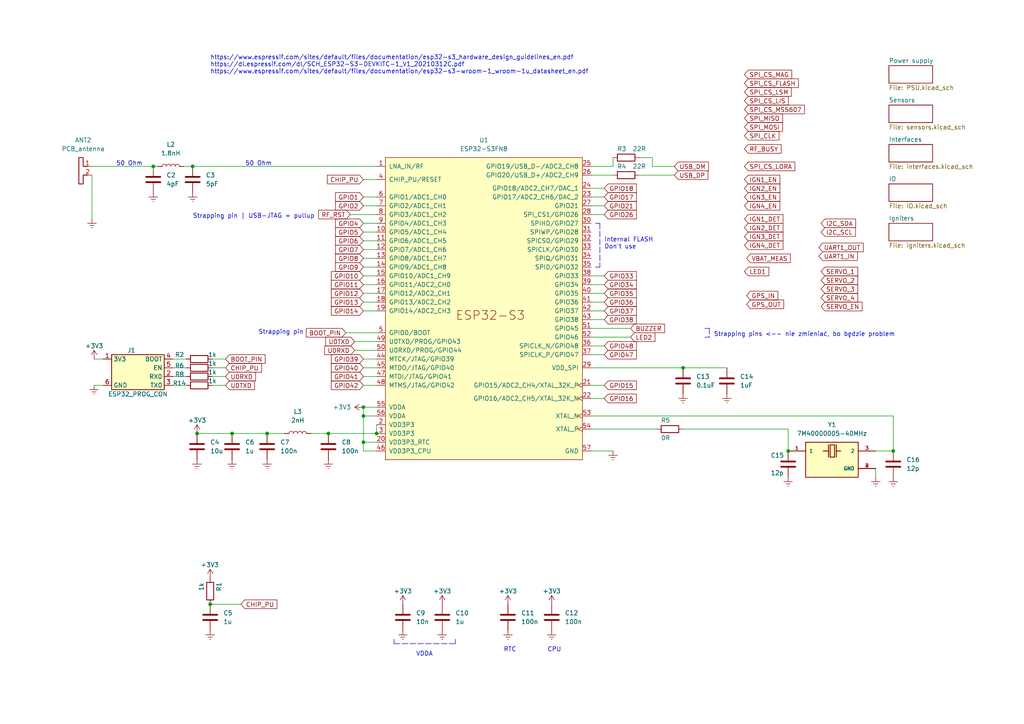
<source format=kicad_sch>
(kicad_sch (version 20211123) (generator eeschema)
  (paper "A4")
  (lib_symbols
    (symbol "Device:Antenna_Dipole" (pin_names (offset 1.016) hide)
      (property "Reference" "AE" (at 1.27 1.27 0))
      (property "Value" "Antenna_Dipole" (at 1.27 0 0))
      (symbol "Antenna_Dipole_0_1"
        (polyline (pts (xy 2.54 -3.81) (xy 2.54 -2.54) (xy 5.08 -2.54) (xy 5.08 -1.27) (xy -2.54 -1.27) (xy -2.54 -2.54) (xy 0 -2.54) (xy 0 -3.81)) (stroke (width 0.254)))
      )
      (symbol "Antenna_Dipole_1_1"
        (pin input line (at 0 -5.08 90) (length 2.54) (name "~") (number "1"))
        (pin input line (at 2.54 -5.08 90) (length 2.54) (name "~") (number "2"))
      )
    )
    (symbol "Device:C" (pin_numbers hide) (pin_names (offset 0.254))
      (property "Reference" "C" (at 0.635 2.54 0))
      (property "Value" "C" (at 0.635 -2.54 0))
      (symbol "C_0_1"
        (polyline (pts (xy -2.032 -0.762) (xy 2.032 -0.762)) (stroke (width 0.508)))
        (polyline (pts (xy -2.032 0.762) (xy 2.032 0.762)) (stroke (width 0.508)))
      )
      (symbol "C_1_1"
        (pin passive line (at 0 3.81 270) (length 2.794) (name "~") (number "1"))
        (pin passive line (at 0 -3.81 90) (length 2.794) (name "~") (number "2"))
      )
    )
    (symbol "Device:L" (pin_numbers hide) (pin_names (offset 1.016) hide)
      (property "Reference" "L" (at -1.27 0 90))
      (property "Value" "L" (at 1.905 0 90))
      (symbol "L_0_1"
        (arc (start 0 -2.54) (mid 0.635 -1.905) (end 0 -1.27))
        (arc (start 0 -1.27) (mid 0.635 -0.635) (end 0 0))
        (arc (start 0 0) (mid 0.635 0.635) (end 0 1.27))
        (arc (start 0 1.27) (mid 0.635 1.905) (end 0 2.54))
      )
      (symbol "L_1_1"
        (pin passive line (at 0 3.81 270) (length 1.27) (name "1") (number "1"))
        (pin passive line (at 0 -3.81 90) (length 1.27) (name "2") (number "2"))
      )
    )
    (symbol "Device:R" (pin_numbers hide) (pin_names (offset 0))
      (property "Reference" "R" (at 2.032 0 90))
      (property "Value" "R" (at 0 0 90))
      (symbol "R_0_1"
        (rectangle (start -1.016 -2.54) (end 1.016 2.54) (stroke (width 0.254)))
      )
      (symbol "R_1_1"
        (pin passive line (at 0 3.81 270) (length 1.27) (name "~") (number "1"))
        (pin passive line (at 0 -3.81 90) (length 1.27) (name "~") (number "2"))
      )
    )
    (symbol "KP-PTR_lib:7M40000005-40MHz" (pin_names (offset 1.016))
      (property "Reference" "Y" (at -7.62 5.08 0))
      (property "Value" "7M40000005-40MHz" (at -7.62 -7.62 0))
      (symbol "7M40000005-40MHz_0_0"
        (rectangle (start -7.62 -5.08) (end 7.62 5.08) (stroke (width 0.254)) (fill (type background)))
        (polyline (pts (xy -1.016 2.54) (xy -2.54 2.54)) (stroke (width 0.254)))
        (polyline (pts (xy -1.016 2.54) (xy -1.016 0.762)) (stroke (width 0.254)))
        (polyline (pts (xy -1.016 4.318) (xy -1.016 2.54)) (stroke (width 0.254)))
        (polyline (pts (xy -0.508 0.762) (xy -0.508 4.318)) (stroke (width 0.254)))
        (polyline (pts (xy -0.508 4.318) (xy 0.762 4.318)) (stroke (width 0.254)))
        (polyline (pts (xy 0.762 0.762) (xy -0.508 0.762)) (stroke (width 0.254)))
        (polyline (pts (xy 0.762 4.318) (xy 0.762 0.762)) (stroke (width 0.254)))
        (polyline (pts (xy 1.27 2.54) (xy 1.27 0.762)) (stroke (width 0.254)))
        (polyline (pts (xy 1.27 4.318) (xy 1.27 2.54)) (stroke (width 0.254)))
        (polyline (pts (xy 2.54 2.54) (xy 1.27 2.54)) (stroke (width 0.254)))
        (pin passive line (at -12.7 2.54 0) (length 5.08) (name "1") (number "1"))
        (pin power_in line (at 12.7 -2.54 180) (length 5.08) (name "GND") (number "2"))
        (pin passive line (at 12.7 2.54 180) (length 5.08) (name "2") (number "3"))
        (pin power_in line (at 12.7 -2.54 180) (length 5.08) (name "GND") (number "4"))
      )
    )
    (symbol "KP-PTR_lib:ESP32-S3" (pin_names (offset 1.016))
      (property "Reference" "U" (at 0 46.99 0))
      (property "Value" "ESP32-S3" (at 0 -43.18 0))
      (symbol "ESP32-S3_0_0"
        (text "ESP32-S3" (at 1.27 0 0) (effects (font (size 2.54 2.54))))
        (pin bidirectional line (at 30.48 -8.89 180) (length 2.54) (name "SPICLK_N/GPIO48") (number "36"))
        (pin bidirectional line (at 30.48 -11.43 180) (length 2.54) (name "SPICLK_P/GPIO47") (number "37"))
      )
      (symbol "ESP32-S3_0_1"
        (rectangle (start -29.21 45.72) (end 27.94 -41.91) (fill (type background)))
      )
      (symbol "ESP32-S3_1_1"
        (pin bidirectional line (at -31.75 43.18 0) (length 2.54) (name "LNA_IN/RF") (number "1"))
        (pin bidirectional line (at -31.75 24.13 0) (length 2.54) (name "GPIO5/ADC1_CH4") (number "10"))
        (pin bidirectional line (at -31.75 21.59 0) (length 2.54) (name "GPIO6/ADC1_CH5") (number "11"))
        (pin bidirectional line (at -31.75 19.05 0) (length 2.54) (name "GPIO7/ADC1_CH6") (number "12"))
        (pin bidirectional line (at -31.75 16.51 0) (length 2.54) (name "GPIO8/ADC1_CH7") (number "13"))
        (pin bidirectional line (at -31.75 13.97 0) (length 2.54) (name "GPIO9/ADC1_CH8") (number "14"))
        (pin bidirectional line (at -31.75 11.43 0) (length 2.54) (name "GPIO10/ADC1_CH9") (number "15"))
        (pin bidirectional line (at -31.75 8.89 0) (length 2.54) (name "GPIO11/ADC2_CH0") (number "16"))
        (pin bidirectional line (at -31.75 6.35 0) (length 2.54) (name "GPIO12/ADC2_CH1") (number "17"))
        (pin bidirectional line (at -31.75 3.81 0) (length 2.54) (name "GPIO13/ADC2_CH2") (number "18"))
        (pin bidirectional line (at -31.75 1.27 0) (length 2.54) (name "GPIO14/ADC2_CH3") (number "19"))
        (pin power_in line (at -31.75 -31.75 0) (length 2.54) (name "VDD3P3") (number "2"))
        (pin power_in line (at -31.75 -36.83 0) (length 2.54) (name "VDD3P3_RTC") (number "20"))
        (pin input clock (at 30.48 -20.32 180) (length 2.54) (name "GPIO15/ADC2_CH4/XTAL_32K_P") (number "21"))
        (pin output clock (at 30.48 -24.13 180) (length 2.54) (name "GPIO16/ADC2_CH5/XTAL_32K_N") (number "22"))
        (pin bidirectional line (at 30.48 34.29 180) (length 2.54) (name "GPIO17/ADC2_CH6/DAC_2") (number "23"))
        (pin bidirectional line (at 30.48 36.83 180) (length 2.54) (name "GPIO18/ADC2_CH7/DAC_1") (number "24"))
        (pin bidirectional line (at 30.48 43.18 180) (length 2.54) (name "GPIO19/USB_D-/ADC2_CH8") (number "25"))
        (pin bidirectional line (at 30.48 40.64 180) (length 2.54) (name "GPIO20/USB_D+/ADC2_CH9") (number "26"))
        (pin bidirectional line (at 30.48 31.75 180) (length 2.54) (name "GPIO21") (number "27"))
        (pin bidirectional line (at 30.48 29.21 180) (length 2.54) (name "SPI_CS1/GPIO26") (number "28"))
        (pin power_out line (at 30.48 -15.24 180) (length 2.54) (name "VDD_SPI") (number "29"))
        (pin power_in line (at -31.75 -34.29 0) (length 2.54) (name "VDD3P3") (number "3"))
        (pin bidirectional line (at 30.48 26.67 180) (length 2.54) (name "SPIHD/GPIO27") (number "30"))
        (pin bidirectional line (at 30.48 24.13 180) (length 2.54) (name "SPIWP/GPIO28") (number "31"))
        (pin bidirectional line (at 30.48 21.59 180) (length 2.54) (name "SPICS0/GPIO29") (number "32"))
        (pin bidirectional line (at 30.48 19.05 180) (length 2.54) (name "SPICLK/GPIO30") (number "33"))
        (pin bidirectional line (at 30.48 16.51 180) (length 2.54) (name "SPIQ/GPIO31") (number "34"))
        (pin bidirectional line (at 30.48 13.97 180) (length 2.54) (name "SPID/GPIO32") (number "35"))
        (pin bidirectional line (at 30.48 11.43 180) (length 2.54) (name "GPIO33") (number "38"))
        (pin bidirectional line (at 30.48 8.89 180) (length 2.54) (name "GPIO34") (number "39"))
        (pin input line (at -31.75 39.37 0) (length 2.54) (name "CHIP_PU/RESET") (number "4"))
        (pin bidirectional line (at 30.48 6.35 180) (length 2.54) (name "GPIO35") (number "40"))
        (pin bidirectional line (at 30.48 3.81 180) (length 2.54) (name "GPIO36") (number "41"))
        (pin bidirectional line (at 30.48 1.27 180) (length 2.54) (name "GPIO37") (number "42"))
        (pin bidirectional line (at 30.48 -1.27 180) (length 2.54) (name "GPIO38") (number "43"))
        (pin bidirectional line (at -31.75 -12.7 0) (length 2.54) (name "MTCK/JTAG/GPIO39") (number "44"))
        (pin bidirectional line (at -31.75 -15.24 0) (length 2.54) (name "MTDO/JTAG/GPIO40") (number "45"))
        (pin power_in line (at -31.75 -39.37 0) (length 2.54) (name "VDD3P3_CPU") (number "46"))
        (pin bidirectional line (at -31.75 -17.78 0) (length 2.54) (name "MTDI/JTAG/GPIO41") (number "47"))
        (pin bidirectional line (at -31.75 -20.32 0) (length 2.54) (name "MTMS/JTAG/GPIO42") (number "48"))
        (pin bidirectional line (at -31.75 -7.62 0) (length 2.54) (name "U0TXD/PROG/GPIO43") (number "49"))
        (pin bidirectional line (at -31.75 -5.08 0) (length 2.54) (name "GPIO0/BOOT") (number "5"))
        (pin bidirectional line (at -31.75 -10.16 0) (length 2.54) (name "U0RXD/PROG/GPIO44") (number "50"))
        (pin bidirectional line (at 30.48 -3.81 180) (length 2.54) (name "GPIO45") (number "51"))
        (pin bidirectional line (at 30.48 -6.35 180) (length 2.54) (name "GPIO46") (number "52"))
        (pin input clock (at 30.48 -29.21 180) (length 2.54) (name "XTAL_N") (number "53"))
        (pin output clock (at 30.48 -33.02 180) (length 2.54) (name "XTAL_P") (number "54"))
        (pin power_in line (at -31.75 -26.67 0) (length 2.54) (name "VDDA") (number "55"))
        (pin power_in line (at -31.75 -29.21 0) (length 2.54) (name "VDDA") (number "56"))
        (pin power_in line (at 30.48 -39.37 180) (length 2.54) (name "GND") (number "57"))
        (pin bidirectional line (at -31.75 34.29 0) (length 2.54) (name "GPIO1/ADC1_CH0") (number "6"))
        (pin bidirectional line (at -31.75 31.75 0) (length 2.54) (name "GPIO2/ADC1_CH1") (number "7"))
        (pin bidirectional line (at -31.75 29.21 0) (length 2.54) (name "GPIO3/ADC1_CH2") (number "8"))
        (pin bidirectional line (at -31.75 26.67 0) (length 2.54) (name "GPIO4/ADC1_CH3") (number "9"))
      )
    )
    (symbol "KP-PTR_lib:ESP32_PROG_CON"
      (property "Reference" "J" (at -6.35 7.62 0))
      (property "Value" "ESP32_PROG_CON" (at 0 -5.08 0))
      (symbol "ESP32_PROG_CON_0_0"
        (rectangle (start -7.62 -3.81) (end 7.62 6.35) (stroke (width 0.254)) (fill (type background)))
      )
      (symbol "ESP32_PROG_CON_1_1"
        (pin power_in line (at -10.16 5.08 0) (length 2.54) (name "3V3") (number "1"))
        (pin output line (at 10.16 0 180) (length 2.54) (name "RX0") (number "2"))
        (pin input line (at 10.16 -2.54 180) (length 2.54) (name "TX0") (number "3"))
        (pin output line (at 10.16 5.08 180) (length 2.54) (name "BOOT") (number "4"))
        (pin output line (at 10.16 2.54 180) (length 2.54) (name "EN") (number "5"))
        (pin power_in line (at -10.16 -2.54 0) (length 2.54) (name "GND") (number "6"))
      )
    )
    (symbol "power:+3.3V" (power) (pin_names (offset 0))
      (property "Value" "+3.3V" (at 0 3.556 0))
      (symbol "+3.3V_0_1"
        (polyline (pts (xy -0.762 1.27) (xy 0 2.54)))
        (polyline (pts (xy 0 0) (xy 0 2.54)))
        (polyline (pts (xy 0 2.54) (xy 0.762 1.27)))
      )
      (symbol "+3.3V_1_1"
        (pin power_in line (at 0 0 90) (length 0) hide (name "+3V3") (number "1"))
      )
    )
    (symbol "power:Earth" (power) (pin_names (offset 0))
      (symbol "Earth_0_1"
        (polyline (pts (xy -0.635 -1.905) (xy 0.635 -1.905)))
        (polyline (pts (xy -0.127 -2.54) (xy 0.127 -2.54)))
        (polyline (pts (xy 0 -1.27) (xy 0 0)))
        (polyline (pts (xy 1.27 -1.27) (xy -1.27 -1.27)))
      )
      (symbol "Earth_1_1"
        (pin power_in line (at 0 0 270) (length 0) hide (name "Earth") (number "1"))
      )
    )
  )
  (junction (at 105.41 118.11))
  (junction (at 60.96 175.26))
  (junction (at 105.41 128.27))
  (junction (at 55.88 48.26))
  (junction (at 57.15 125.73))
  (junction (at 109.22 125.73))
  (junction (at 198.12 106.68))
  (junction (at 259.08 130.81))
  (junction (at 105.41 120.65))
  (junction (at 95.25 125.73))
  (junction (at 44.45 48.26))
  (junction (at 67.31 125.73))
  (junction (at 77.47 125.73))
  (junction (at 228.6 130.81))
  (wire (pts (xy 175.26 54.61) (xy 171.45 54.61)))
  (wire (pts (xy 77.47 125.73) (xy 67.31 125.73)))
  (wire (pts (xy 105.41 59.69) (xy 109.22 59.69)))
  (wire (pts (xy 102.87 101.6) (xy 109.22 101.6)))
  (wire (pts (xy 105.41 52.07) (xy 109.22 52.07)))
  (wire (pts (xy 175.26 85.09) (xy 171.45 85.09)))
  (polyline (pts (xy 173.99 64.77) (xy 173.99 77.47)))
  (wire (pts (xy 259.08 120.65) (xy 259.08 130.81)))
  (polyline (pts (xy 205.74 95.25) (xy 205.74 97.79)))
  (wire (pts (xy 109.22 120.65) (xy 105.41 120.65)))
  (wire (pts (xy 60.96 175.26) (xy 69.85 175.26)))
  (wire (pts (xy 105.41 85.09) (xy 109.22 85.09)))
  (wire (pts (xy 50.165 109.22) (xy 53.975 109.22)))
  (wire (pts (xy 171.45 97.79) (xy 182.88 97.79)))
  (wire (pts (xy 105.41 64.77) (xy 109.22 64.77)))
  (wire (pts (xy 27.305 111.76) (xy 29.845 111.76)))
  (wire (pts (xy 175.26 100.33) (xy 171.45 100.33)))
  (wire (pts (xy 171.45 124.46) (xy 190.5 124.46)))
  (wire (pts (xy 171.45 120.65) (xy 259.08 120.65)))
  (wire (pts (xy 175.26 57.15) (xy 171.45 57.15)))
  (wire (pts (xy 109.22 123.19) (xy 109.22 125.73)))
  (wire (pts (xy 175.26 87.63) (xy 171.45 87.63)))
  (wire (pts (xy 105.41 69.85) (xy 109.22 69.85)))
  (wire (pts (xy 102.87 99.06) (xy 109.22 99.06)))
  (wire (pts (xy 67.31 125.73) (xy 57.15 125.73)))
  (wire (pts (xy 105.41 57.15) (xy 109.22 57.15)))
  (wire (pts (xy 50.165 104.14) (xy 53.975 104.14)))
  (wire (pts (xy 228.6 124.46) (xy 228.6 130.81)))
  (wire (pts (xy 171.45 106.68) (xy 198.12 106.68)))
  (wire (pts (xy 175.26 80.01) (xy 171.45 80.01)))
  (wire (pts (xy 198.12 106.68) (xy 210.82 106.68)))
  (wire (pts (xy 105.41 72.39) (xy 109.22 72.39)))
  (wire (pts (xy 254 138.43) (xy 254 135.89)))
  (wire (pts (xy 171.45 130.81) (xy 177.8 130.81)))
  (wire (pts (xy 171.45 48.26) (xy 177.8 48.26)))
  (wire (pts (xy 195.58 48.26) (xy 189.23 48.26)))
  (wire (pts (xy 175.26 59.69) (xy 171.45 59.69)))
  (wire (pts (xy 177.8 48.26) (xy 177.8 45.72)))
  (wire (pts (xy 105.41 77.47) (xy 109.22 77.47)))
  (wire (pts (xy 27.305 104.14) (xy 29.845 104.14)))
  (wire (pts (xy 105.41 90.17) (xy 109.22 90.17)))
  (wire (pts (xy 185.42 45.72) (xy 189.23 45.72)))
  (wire (pts (xy 171.45 50.8) (xy 177.8 50.8)))
  (wire (pts (xy 185.42 50.8) (xy 195.58 50.8)))
  (wire (pts (xy 105.41 111.76) (xy 109.22 111.76)))
  (wire (pts (xy 55.88 48.26) (xy 109.22 48.26)))
  (wire (pts (xy 53.34 48.26) (xy 55.88 48.26)))
  (wire (pts (xy 61.595 106.68) (xy 65.405 106.68)))
  (wire (pts (xy 105.41 118.11) (xy 109.22 118.11)))
  (wire (pts (xy 105.41 82.55) (xy 109.22 82.55)))
  (wire (pts (xy 26.67 48.26) (xy 44.45 48.26)))
  (wire (pts (xy 175.26 115.57) (xy 171.45 115.57)))
  (wire (pts (xy 175.26 102.87) (xy 171.45 102.87)))
  (wire (pts (xy 61.595 104.14) (xy 65.405 104.14)))
  (polyline (pts (xy 132.08 185.42) (xy 132.08 186.69)))
  (polyline (pts (xy 172.72 64.77) (xy 173.99 64.77)))
  (wire (pts (xy 50.165 111.76) (xy 53.975 111.76)))
  (wire (pts (xy 254 130.81) (xy 259.08 130.81)))
  (polyline (pts (xy 172.72 77.47) (xy 173.99 77.47)))
  (polyline (pts (xy 114.3 185.42) (xy 114.3 186.69)))
  (polyline (pts (xy 114.3 186.69) (xy 132.08 186.69)))
  (wire (pts (xy 95.25 125.73) (xy 109.22 125.73)))
  (wire (pts (xy 50.165 106.68) (xy 53.975 106.68)))
  (wire (pts (xy 26.67 50.8) (xy 26.67 63.5)))
  (wire (pts (xy 82.55 125.73) (xy 77.47 125.73)))
  (wire (pts (xy 105.41 80.01) (xy 109.22 80.01)))
  (wire (pts (xy 105.41 67.31) (xy 109.22 67.31)))
  (wire (pts (xy 171.45 95.25) (xy 182.88 95.25)))
  (wire (pts (xy 175.26 92.71) (xy 171.45 92.71)))
  (wire (pts (xy 90.17 125.73) (xy 95.25 125.73)))
  (wire (pts (xy 105.41 104.14) (xy 109.22 104.14)))
  (wire (pts (xy 175.26 90.17) (xy 171.45 90.17)))
  (wire (pts (xy 105.41 74.93) (xy 109.22 74.93)))
  (wire (pts (xy 175.26 62.23) (xy 171.45 62.23)))
  (wire (pts (xy 105.41 120.65) (xy 105.41 118.11)))
  (wire (pts (xy 101.6 62.23) (xy 109.22 62.23)))
  (wire (pts (xy 61.595 109.22) (xy 65.405 109.22)))
  (wire (pts (xy 175.26 82.55) (xy 171.45 82.55)))
  (wire (pts (xy 198.12 124.46) (xy 228.6 124.46)))
  (wire (pts (xy 109.22 130.81) (xy 105.41 130.81)))
  (wire (pts (xy 61.595 111.76) (xy 65.405 111.76)))
  (wire (pts (xy 105.41 109.22) (xy 109.22 109.22)))
  (polyline (pts (xy 204.47 97.79) (xy 205.74 97.79)))
  (wire (pts (xy 44.45 48.26) (xy 45.72 48.26)))
  (wire (pts (xy 100.33 96.52) (xy 109.22 96.52)))
  (wire (pts (xy 105.41 106.68) (xy 109.22 106.68)))
  (wire (pts (xy 105.41 128.27) (xy 105.41 120.65)))
  (wire (pts (xy 189.23 48.26) (xy 189.23 45.72)))
  (wire (pts (xy 105.41 128.27) (xy 109.22 128.27)))
  (wire (pts (xy 105.41 87.63) (xy 109.22 87.63)))
  (polyline (pts (xy 204.47 95.25) (xy 205.74 95.25)))
  (wire (pts (xy 105.41 130.81) (xy 105.41 128.27)))
  (wire (pts (xy 175.26 111.76) (xy 171.45 111.76)))
  (text "https://www.espressif.com/sites/default/files/documentation/esp32-s3_hardware_design_guidelines_en.pdf\nhttps://dl.espressif.com/dl/SCH_ESP32-S3-DEVKITC-1_V1_20210312C.pdf\nhttps://www.espressif.com/sites/default/files/documentation/esp32-s3-wroom-1_wroom-1u_datasheet_en.pdf" (at 60.96 21.59 0) (effects (font (size 1.27 1.27)) (justify left bottom)))
  (text "50 Ohm" (at 71.12 48.26 0) (effects (font (size 1.27 1.27)) (justify left bottom)))
  (text "Strapping pin\n" (at 74.93 97.155 0) (effects (font (size 1.27 1.27)) (justify left bottom)))
  (text "VDDA" (at 120.65 190.5 0) (effects (font (size 1.27 1.27)) (justify left bottom)))
  (text "Internal FLASH\nDon't use" (at 175.26 72.39 0) (effects (font (size 1.27 1.27)) (justify left bottom)))
  (text "CPU" (at 158.75 189.23 0) (effects (font (size 1.27 1.27)) (justify left bottom)))
  (text "Strapping pins <-- nie zmieniać, bo będzie problem" (at 207.01 97.79 0) (effects (font (size 1.27 1.27)) (justify left bottom)))
  (text "50 Ohm" (at 33.655 48.26 0) (effects (font (size 1.27 1.27)) (justify left bottom)))
  (text "Strapping pin | USB-JTAG = pullup\n" (at 55.88 63.5 0) (effects (font (size 1.27 1.27)) (justify left bottom)))
  (text "RTC" (at 146.05 189.23 0) (effects (font (size 1.27 1.27)) (justify left bottom)))
  (global_label "GPIO2" (shape input) (at 105.41 59.69 180) (property "Intersheet References" "${INTERSHEET_REFS}" (effects hide)))
  (global_label "GPIO42" (shape input) (at 105.41 111.76 180) (property "Intersheet References" "${INTERSHEET_REFS}" (effects hide)))
  (global_label "GPIO35" (shape input) (at 175.26 85.09 0) (property "Intersheet References" "${INTERSHEET_REFS}" (effects hide)))
  (global_label "CHIP_PU" (shape input) (at 69.85 175.26 0) (property "Intersheet References" "${INTERSHEET_REFS}" (effects hide)))
  (global_label "SERVO_2" (shape input) (at 238.125 81.28 0) (property "Intersheet References" "${INTERSHEET_REFS}" (effects hide)))
  (global_label "GPIO9" (shape input) (at 105.41 77.47 180) (property "Intersheet References" "${INTERSHEET_REFS}" (effects hide)))
  (global_label "I2C_SCL" (shape input) (at 238.125 67.31 0) (property "Intersheet References" "${INTERSHEET_REFS}" (effects hide)))
  (global_label "IGN3_DET" (shape input) (at 215.9 68.58 0) (property "Intersheet References" "${INTERSHEET_REFS}" (effects hide)))
  (global_label "SERVO_EN" (shape input) (at 238.125 88.9 0) (property "Intersheet References" "${INTERSHEET_REFS}" (effects hide)))
  (global_label "GPIO34" (shape input) (at 175.26 82.55 0) (property "Intersheet References" "${INTERSHEET_REFS}" (effects hide)))
  (global_label "GPIO21" (shape input) (at 175.26 59.69 0) (property "Intersheet References" "${INTERSHEET_REFS}" (effects hide)))
  (global_label "SERVO_3" (shape input) (at 238.125 83.82 0) (property "Intersheet References" "${INTERSHEET_REFS}" (effects hide)))
  (global_label "GPIO41" (shape input) (at 105.41 109.22 180) (property "Intersheet References" "${INTERSHEET_REFS}" (effects hide)))
  (global_label "GPS_IN" (shape input) (at 216.535 85.725 0) (property "Intersheet References" "${INTERSHEET_REFS}" (effects hide)))
  (global_label "U0RXD" (shape input) (at 102.87 101.6 180) (property "Intersheet References" "${INTERSHEET_REFS}" (effects hide)))
  (global_label "GPIO1" (shape input) (at 105.41 57.15 180) (property "Intersheet References" "${INTERSHEET_REFS}" (effects hide)))
  (global_label "LED2" (shape input) (at 182.88 97.79 0) (property "Intersheet References" "${INTERSHEET_REFS}" (effects hide)))
  (global_label "CHIP_PU" (shape input) (at 65.405 106.68 0) (property "Intersheet References" "${INTERSHEET_REFS}" (effects hide)))
  (global_label "GPIO18" (shape input) (at 175.26 54.61 0) (property "Intersheet References" "${INTERSHEET_REFS}" (effects hide)))
  (global_label "SPI_MOSI" (shape input) (at 215.9 36.83 0) (property "Intersheet References" "${INTERSHEET_REFS}" (effects hide)))
  (global_label "GPIO36" (shape input) (at 175.26 87.63 0) (property "Intersheet References" "${INTERSHEET_REFS}" (effects hide)))
  (global_label "GPIO6" (shape input) (at 105.41 69.85 180) (property "Intersheet References" "${INTERSHEET_REFS}" (effects hide)))
  (global_label "BOOT_PIN" (shape input) (at 100.33 96.52 180) (property "Intersheet References" "${INTERSHEET_REFS}" (effects hide)))
  (global_label "GPIO7" (shape input) (at 105.41 72.39 180) (property "Intersheet References" "${INTERSHEET_REFS}" (effects hide)))
  (global_label "USB_DP" (shape input) (at 195.58 50.8 0) (property "Intersheet References" "${INTERSHEET_REFS}" (effects hide)))
  (global_label "GPIO33" (shape input) (at 175.26 80.01 0) (property "Intersheet References" "${INTERSHEET_REFS}" (effects hide)))
  (global_label "SPI_CS_LORA" (shape input) (at 215.9 48.26 0) (property "Intersheet References" "${INTERSHEET_REFS}" (effects hide)))
  (global_label "RF_RST" (shape input) (at 101.6 62.23 180) (property "Intersheet References" "${INTERSHEET_REFS}" (effects hide)))
  (global_label "IGN4_DET" (shape input) (at 215.9 71.12 0) (property "Intersheet References" "${INTERSHEET_REFS}" (effects hide)))
  (global_label "SERVO_1" (shape input) (at 238.125 78.74 0) (property "Intersheet References" "${INTERSHEET_REFS}" (effects hide)))
  (global_label "UART1_OUT" (shape input) (at 237.49 71.755 0) (property "Intersheet References" "${INTERSHEET_REFS}" (effects hide)))
  (global_label "GPIO38" (shape input) (at 175.26 92.71 0) (property "Intersheet References" "${INTERSHEET_REFS}" (effects hide)))
  (global_label "BUZZER" (shape input) (at 182.88 95.25 0) (property "Intersheet References" "${INTERSHEET_REFS}" (effects hide)))
  (global_label "GPIO37" (shape input) (at 175.26 90.17 0) (property "Intersheet References" "${INTERSHEET_REFS}" (effects hide)))
  (global_label "IGN1_EN" (shape input) (at 215.9 52.07 0) (property "Intersheet References" "${INTERSHEET_REFS}" (effects hide)))
  (global_label "GPIO5" (shape input) (at 105.41 67.31 180) (property "Intersheet References" "${INTERSHEET_REFS}" (effects hide)))
  (global_label "GPIO26" (shape input) (at 175.26 62.23 0) (property "Intersheet References" "${INTERSHEET_REFS}" (effects hide)))
  (global_label "I2C_SDA" (shape input) (at 238.125 64.77 0) (property "Intersheet References" "${INTERSHEET_REFS}" (effects hide)))
  (global_label "SPI_CLK" (shape input) (at 215.9 39.37 0) (property "Intersheet References" "${INTERSHEET_REFS}" (effects hide)))
  (global_label "IGN2_DET" (shape input) (at 215.9 66.04 0) (property "Intersheet References" "${INTERSHEET_REFS}" (effects hide)))
  (global_label "GPIO8" (shape input) (at 105.41 74.93 180) (property "Intersheet References" "${INTERSHEET_REFS}" (effects hide)))
  (global_label "GPIO39" (shape input) (at 105.41 104.14 180) (property "Intersheet References" "${INTERSHEET_REFS}" (effects hide)))
  (global_label "IGN2_EN" (shape input) (at 215.9 54.61 0) (property "Intersheet References" "${INTERSHEET_REFS}" (effects hide)))
  (global_label "IGN1_DET" (shape input) (at 215.9 63.5 0) (property "Intersheet References" "${INTERSHEET_REFS}" (effects hide)))
  (global_label "SERVO_4" (shape input) (at 238.125 86.36 0) (property "Intersheet References" "${INTERSHEET_REFS}" (effects hide)))
  (global_label "GPIO12" (shape input) (at 105.41 85.09 180) (property "Intersheet References" "${INTERSHEET_REFS}" (effects hide)))
  (global_label "SPI_MISO" (shape input) (at 215.9 34.29 0) (property "Intersheet References" "${INTERSHEET_REFS}" (effects hide)))
  (global_label "GPIO13" (shape input) (at 105.41 87.63 180) (property "Intersheet References" "${INTERSHEET_REFS}" (effects hide)))
  (global_label "U0TXD" (shape input) (at 65.405 111.76 0) (property "Intersheet References" "${INTERSHEET_REFS}" (effects hide)))
  (global_label "GPIO15" (shape input) (at 175.26 111.76 0) (property "Intersheet References" "${INTERSHEET_REFS}" (effects hide)))
  (global_label "IGN4_EN" (shape input) (at 215.9 59.69 0) (property "Intersheet References" "${INTERSHEET_REFS}" (effects hide)))
  (global_label "SPI_CS_LIS" (shape input) (at 215.9 29.21 0) (property "Intersheet References" "${INTERSHEET_REFS}" (effects hide)))
  (global_label "GPIO16" (shape input) (at 175.26 115.57 0) (property "Intersheet References" "${INTERSHEET_REFS}" (effects hide)))
  (global_label "CHIP_PU" (shape input) (at 105.41 52.07 180) (property "Intersheet References" "${INTERSHEET_REFS}" (effects hide)))
  (global_label "VBAT_MEAS" (shape input) (at 216.535 74.93 0) (property "Intersheet References" "${INTERSHEET_REFS}" (effects hide)))
  (global_label "GPIO17" (shape input) (at 175.26 57.15 0) (property "Intersheet References" "${INTERSHEET_REFS}" (effects hide)))
  (global_label "UART1_IN" (shape input) (at 237.49 74.295 0) (property "Intersheet References" "${INTERSHEET_REFS}" (effects hide)))
  (global_label "RF_BUSY" (shape input) (at 215.9 43.18 0) (property "Intersheet References" "${INTERSHEET_REFS}" (effects hide)))
  (global_label "USB_DM" (shape input) (at 195.58 48.26 0) (property "Intersheet References" "${INTERSHEET_REFS}" (effects hide)))
  (global_label "SPI_CS_MS5607" (shape input) (at 215.9 31.75 0) (property "Intersheet References" "${INTERSHEET_REFS}" (effects hide)))
  (global_label "SPI_CS_FLASH" (shape input) (at 215.9 24.13 0) (property "Intersheet References" "${INTERSHEET_REFS}" (effects hide)))
  (global_label "SPI_CS_MAG" (shape input) (at 215.9 21.59 0) (property "Intersheet References" "${INTERSHEET_REFS}" (effects hide)))
  (global_label "U0RXD" (shape input) (at 65.405 109.22 0) (property "Intersheet References" "${INTERSHEET_REFS}" (effects hide)))
  (global_label "BOOT_PIN" (shape input) (at 65.405 104.14 0) (property "Intersheet References" "${INTERSHEET_REFS}" (effects hide)))
  (global_label "GPIO14" (shape input) (at 105.41 90.17 180) (property "Intersheet References" "${INTERSHEET_REFS}" (effects hide)))
  (global_label "U0TXD" (shape input) (at 102.87 99.06 180) (property "Intersheet References" "${INTERSHEET_REFS}" (effects hide)))
  (global_label "GPS_OUT" (shape input) (at 216.535 88.265 0) (property "Intersheet References" "${INTERSHEET_REFS}" (effects hide)))
  (global_label "LED1" (shape input) (at 215.9 78.74 0) (property "Intersheet References" "${INTERSHEET_REFS}" (effects hide)))
  (global_label "GPIO4" (shape input) (at 105.41 64.77 180) (property "Intersheet References" "${INTERSHEET_REFS}" (effects hide)))
  (global_label "GPIO10" (shape input) (at 105.41 80.01 180) (property "Intersheet References" "${INTERSHEET_REFS}" (effects hide)))
  (global_label "GPIO47" (shape input) (at 175.26 102.87 0) (property "Intersheet References" "${INTERSHEET_REFS}" (effects hide)))
  (global_label "GPIO11" (shape input) (at 105.41 82.55 180) (property "Intersheet References" "${INTERSHEET_REFS}" (effects hide)))
  (global_label "SPI_CS_LSM" (shape input) (at 215.9 26.67 0) (property "Intersheet References" "${INTERSHEET_REFS}" (effects hide)))
  (global_label "GPIO40" (shape input) (at 105.41 106.68 180) (property "Intersheet References" "${INTERSHEET_REFS}" (effects hide)))
  (global_label "GPIO48" (shape input) (at 175.26 100.33 0) (property "Intersheet References" "${INTERSHEET_REFS}" (effects hide)))
  (global_label "IGN3_EN" (shape input) (at 215.9 57.15 0) (property "Intersheet References" "${INTERSHEET_REFS}" (effects hide)))
  (symbol (lib_id "power:Earth") (at 55.88 55.88 0) (unit 1)
    (property "Reference" "#PWR04" (effects hide))
    (property "Value" "Earth" (effects hide))
  )
  (symbol (lib_id "Device:R") (at 57.785 106.68 270) (unit 1)
    (property "Reference" "R6" (at 52.07 106.045 90))
    (property "Value" "1k" (at 61.595 105.41 90))
    (property "Footprint" "Resistor_SMD:R_0402_1005Metric" (effects hide))
  )
  (symbol (lib_id "Device:R") (at 57.785 104.14 270) (unit 1)
    (property "Reference" "R2" (at 52.07 102.87 90))
    (property "Value" "1k" (at 61.595 102.87 90))
    (property "Footprint" "Resistor_SMD:R_0402_1005Metric" (effects hide))
  )
  (symbol (lib_id "power:Earth") (at 60.96 182.88 0) (unit 1)
    (property "Reference" "#PWR08" (effects hide))
    (property "Value" "Earth" (effects hide))
  )
  (symbol (lib_id "Device:L") (at 86.36 125.73 90) (unit 1)
    (property "Reference" "L3" (at 86.36 119.38 90))
    (property "Value" "2nH" (at 86.36 121.92 90))
    (property "Footprint" "Inductor_SMD:L_0402_1005Metric" (effects hide))
  )
  (symbol (lib_id "Device:C") (at 198.12 110.49 0) (unit 1)
    (property "Reference" "C13" (at 201.93 109.2199 0) (effects (justify left)))
    (property "Value" "0.1uF" (at 201.93 111.7599 0) (effects (justify left)))
    (property "Footprint" "Capacitor_SMD:C_0402_1005Metric" (effects hide))
  )
  (symbol (lib_id "power:Earth") (at 44.45 55.88 0) (unit 1)
    (property "Reference" "#PWR03" (effects hide))
    (property "Value" "Earth" (effects hide))
  )
  (symbol (lib_id "Device:C") (at 259.08 134.62 0) (unit 1)
    (property "Reference" "C16" (at 262.89 133.3499 0) (effects (justify left)))
    (property "Value" "12p" (at 262.89 135.8899 0) (effects (justify left)))
    (property "Footprint" "Capacitor_SMD:C_0402_1005Metric" (effects hide))
  )
  (symbol (lib_id "power:Earth") (at 259.08 138.43 0) (unit 1)
    (property "Reference" "#PWR027" (effects hide))
    (property "Value" "Earth" (effects hide))
  )
  (symbol (lib_id "power:Earth") (at 128.27 182.88 0) (unit 1)
    (property "Reference" "#PWR016" (effects hide))
    (property "Value" "Earth" (effects hide))
  )
  (symbol (lib_id "power:Earth") (at 77.47 133.35 0) (unit 1)
    (property "Reference" "#PWR010" (effects hide))
    (property "Value" "Earth" (effects hide))
  )
  (symbol (lib_id "KP-PTR_lib:ESP32-S3") (at 140.97 91.44 0) (unit 1)
    (property "Reference" "U1" (at 140.335 40.64 0))
    (property "Value" "ESP32-S3FN8" (at 140.335 43.18 0))
    (property "Footprint" "KP-PTR_lib:ESP32-S3" (effects hide))
  )
  (symbol (lib_id "Device:R") (at 60.96 171.45 180) (unit 1)
    (property "Reference" "R1" (at 63.5 170.18 90))
    (property "Value" "1k" (at 58.42 170.18 90))
    (property "Footprint" "Resistor_SMD:R_0402_1005Metric" (effects hide))
  )
  (symbol (lib_id "Device:R") (at 57.785 109.22 270) (unit 1)
    (property "Reference" "R8" (at 52.07 108.585 90))
    (property "Value" "1k" (at 61.595 107.95 90))
    (property "Footprint" "Resistor_SMD:R_0402_1005Metric" (effects hide))
  )
  (symbol (lib_id "power:+3.3V") (at 147.32 175.26 0) (unit 1)
    (property "Reference" "#PWR017" (effects hide))
    (property "Value" "+3.3V" (at 147.32 171.45 0))
  )
  (symbol (lib_id "Device:R") (at 57.785 111.76 270) (unit 1)
    (property "Reference" "R14" (at 52.07 111.125 90))
    (property "Value" "1k" (at 61.595 110.49 90))
    (property "Footprint" "Resistor_SMD:R_0402_1005Metric" (effects hide))
  )
  (symbol (lib_id "Device:L") (at 49.53 48.26 90) (unit 1)
    (property "Reference" "L2" (at 49.53 41.91 90))
    (property "Value" "1.8nH" (at 49.53 44.45 90))
    (property "Footprint" "Inductor_SMD:L_0402_1005Metric" (effects hide))
  )
  (symbol (lib_id "power:Earth") (at 198.12 114.3 0) (unit 1)
    (property "Reference" "#PWR022" (effects hide))
    (property "Value" "Earth" (effects hide))
  )
  (symbol (lib_id "Device:C") (at 77.47 129.54 0) (unit 1)
    (property "Reference" "C7" (at 81.28 128.2699 0) (effects (justify left)))
    (property "Value" "100n" (at 81.28 130.8099 0) (effects (justify left)))
    (property "Footprint" "Capacitor_SMD:C_0402_1005Metric" (effects hide))
  )
  (symbol (lib_id "power:Earth") (at 27.305 111.76 0) (unit 1)
    (property "Reference" "#PWR0113" (effects hide))
    (property "Value" "Earth" (effects hide))
  )
  (symbol (lib_id "power:Earth") (at 57.15 133.35 0) (unit 1)
    (property "Reference" "#PWR06" (effects hide))
    (property "Value" "Earth" (effects hide))
  )
  (symbol (lib_id "Device:C") (at 57.15 129.54 0) (unit 1)
    (property "Reference" "C4" (at 60.96 128.2699 0) (effects (justify left)))
    (property "Value" "10u" (at 60.96 130.8099 0) (effects (justify left)))
    (property "Footprint" "Capacitor_SMD:C_0402_1005Metric" (effects hide))
  )
  (symbol (lib_id "Device:C") (at 116.84 179.07 0) (unit 1)
    (property "Reference" "C9" (at 120.65 177.7999 0) (effects (justify left)))
    (property "Value" "10n" (at 120.65 180.3399 0) (effects (justify left)))
    (property "Footprint" "Capacitor_SMD:C_0402_1005Metric" (effects hide))
  )
  (symbol (lib_id "power:Earth") (at 95.25 133.35 0) (unit 1)
    (property "Reference" "#PWR011" (effects hide))
    (property "Value" "Earth" (effects hide))
  )
  (symbol (lib_id "power:Earth") (at 67.31 133.35 0) (unit 1)
    (property "Reference" "#PWR09" (effects hide))
    (property "Value" "Earth" (effects hide))
  )
  (symbol (lib_id "power:+3.3V") (at 160.02 175.26 0) (unit 1)
    (property "Reference" "#PWR019" (effects hide))
    (property "Value" "+3.3V" (at 160.02 171.45 0))
  )
  (symbol (lib_id "power:+3.3V") (at 105.41 118.11 90) (unit 1)
    (property "Reference" "#PWR012" (effects hide))
    (property "Value" "+3.3V" (at 96.52 118.11 90) (effects (justify right)))
  )
  (symbol (lib_id "power:+3.3V") (at 116.84 175.26 0) (unit 1)
    (property "Reference" "#PWR013" (effects hide))
    (property "Value" "+3.3V" (at 116.84 171.45 0))
  )
  (symbol (lib_id "power:+3.3V") (at 57.15 125.73 0) (unit 1)
    (property "Reference" "#PWR05" (effects hide))
    (property "Value" "+3.3V" (at 57.15 121.92 0))
  )
  (symbol (lib_id "Device:R") (at 181.61 50.8 270) (unit 1)
    (property "Reference" "R4" (at 180.34 48.26 90))
    (property "Value" "22R" (at 185.42 48.26 90))
    (property "Footprint" "Resistor_SMD:R_0402_1005Metric" (effects hide))
  )
  (symbol (lib_id "Device:R") (at 181.61 45.72 270) (unit 1)
    (property "Reference" "R3" (at 180.34 43.18 90))
    (property "Value" "22R" (at 185.42 43.18 90))
    (property "Footprint" "Resistor_SMD:R_0402_1005Metric" (effects hide))
  )
  (symbol (lib_id "power:Earth") (at 228.6 138.43 0) (unit 1)
    (property "Reference" "#PWR025" (effects hide))
    (property "Value" "Earth" (effects hide))
  )
  (symbol (lib_id "power:Earth") (at 160.02 182.88 0) (unit 1)
    (property "Reference" "#PWR020" (effects hide))
    (property "Value" "Earth" (effects hide))
  )
  (symbol (lib_id "power:Earth") (at 210.82 114.3 0) (unit 1)
    (property "Reference" "#PWR024" (effects hide))
    (property "Value" "Earth" (effects hide))
  )
  (symbol (lib_id "Device:C") (at 44.45 52.07 0) (unit 1)
    (property "Reference" "C2" (at 48.26 50.7999 0) (effects (justify left)))
    (property "Value" "4pF" (at 48.26 53.3399 0) (effects (justify left)))
    (property "Footprint" "Capacitor_SMD:C_0402_1005Metric" (effects hide))
  )
  (symbol (lib_id "power:Earth") (at 254 138.43 0) (unit 1)
    (property "Reference" "#PWR026" (effects hide))
    (property "Value" "Earth" (effects hide))
  )
  (symbol (lib_id "Device:C") (at 67.31 129.54 0) (unit 1)
    (property "Reference" "C6" (at 71.12 128.2699 0) (effects (justify left)))
    (property "Value" "1u" (at 71.12 130.8099 0) (effects (justify left)))
    (property "Footprint" "Capacitor_SMD:C_0402_1005Metric" (effects hide))
  )
  (symbol (lib_id "Device:C") (at 160.02 179.07 0) (unit 1)
    (property "Reference" "C12" (at 163.83 177.7999 0) (effects (justify left)))
    (property "Value" "100n" (at 163.83 180.3399 0) (effects (justify left)))
    (property "Footprint" "Capacitor_SMD:C_0402_1005Metric" (effects hide))
  )
  (symbol (lib_id "Device:C") (at 55.88 52.07 0) (unit 1)
    (property "Reference" "C3" (at 59.69 50.7999 0) (effects (justify left)))
    (property "Value" "5pF" (at 59.69 53.3399 0) (effects (justify left)))
    (property "Footprint" "Capacitor_SMD:C_0402_1005Metric" (effects hide))
  )
  (symbol (lib_id "KP-PTR_lib:ESP32_PROG_CON") (at 40.005 109.22 0) (unit 1)
    (property "Reference" "J1" (at 38.1 101.6 0))
    (property "Value" "ESP32_PROG_CON" (at 40.005 114.3 0))
    (property "Footprint" "Connector_PinHeader_1.27mm:PinHeader_1x06_P1.27mm_Vertical" (effects hide))
  )
  (symbol (lib_id "power:Earth") (at 177.8 130.81 0) (unit 1)
    (property "Reference" "#PWR021" (effects hide))
    (property "Value" "Earth" (effects hide))
  )
  (symbol (lib_id "power:Earth") (at 26.67 63.5 0) (unit 1)
    (property "Reference" "#PWR0115" (effects hide))
    (property "Value" "Earth" (effects hide))
  )
  (symbol (lib_id "power:+3.3V") (at 60.96 167.64 0) (unit 1)
    (property "Reference" "#PWR07" (effects hide))
    (property "Value" "+3.3V" (at 63.5 163.83 0) (effects (justify right)))
  )
  (symbol (lib_id "Device:C") (at 95.25 129.54 0) (unit 1)
    (property "Reference" "C8" (at 99.06 128.2699 0) (effects (justify left)))
    (property "Value" "100n" (at 99.06 130.8099 0) (effects (justify left)))
    (property "Footprint" "Capacitor_SMD:C_0402_1005Metric" (effects hide))
  )
  (symbol (lib_id "power:Earth") (at 116.84 182.88 0) (unit 1)
    (property "Reference" "#PWR014" (effects hide))
    (property "Value" "Earth" (effects hide))
  )
  (symbol (lib_id "Device:C") (at 60.96 179.07 180) (unit 1)
    (property "Reference" "C5" (at 64.77 177.7999 0) (effects (justify right)))
    (property "Value" "1u" (at 64.77 180.3399 0) (effects (justify right)))
    (property "Footprint" "Capacitor_SMD:C_0402_1005Metric" (effects hide))
  )
  (symbol (lib_id "KP-PTR_lib:7M40000005-40MHz") (at 241.3 133.35 0) (unit 1)
    (property "Reference" "Y1" (at 241.3 123.19 0))
    (property "Value" "7M40000005-40MHz" (at 241.3 125.73 0))
    (property "Footprint" "KP-PTR_lib:XTAL_TSX-3225_16.0000MF18X-AC3" (effects hide))
    (property "STANDARD" "Manufacturer Recommendations" (effects hide))
    (property "MANUFACTURER" "SEIKO EPSON CORPORATION" (effects hide))
  )
  (symbol (lib_id "Device:Antenna_Dipole") (at 21.59 48.26 90) (mirror x) (unit 1)
    (property "Reference" "ANT2" (at 24.13 40.64 90))
    (property "Value" "PCB_antenna" (at 24.13 43.18 90))
    (property "Footprint" "RF_Antenna:Texas_SWRA117D_2.4GHz_Right" (effects hide))
  )
  (symbol (lib_id "Device:C") (at 228.6 134.62 180) (unit 1)
    (property "Reference" "C15" (at 223.52 132.08 0) (effects (justify right)))
    (property "Value" "12p" (at 223.52 137.16 0) (effects (justify right)))
    (property "Footprint" "Capacitor_SMD:C_0402_1005Metric" (effects hide))
  )
  (symbol (lib_id "power:+3.3V") (at 27.305 104.14 0) (unit 1)
    (property "Reference" "#PWR0108" (effects hide))
    (property "Value" "+3.3V" (at 27.305 100.33 0))
  )
  (symbol (lib_id "Device:C") (at 128.27 179.07 0) (unit 1)
    (property "Reference" "C10" (at 132.08 177.7999 0) (effects (justify left)))
    (property "Value" "1u" (at 132.08 180.3399 0) (effects (justify left)))
    (property "Footprint" "Capacitor_SMD:C_0402_1005Metric" (effects hide))
  )
  (symbol (lib_id "power:Earth") (at 147.32 182.88 0) (unit 1)
    (property "Reference" "#PWR018" (effects hide))
    (property "Value" "Earth" (effects hide))
  )
  (symbol (lib_id "power:+3.3V") (at 128.27 175.26 0) (unit 1)
    (property "Reference" "#PWR015" (effects hide))
    (property "Value" "+3.3V" (at 128.27 171.45 0))
  )
  (symbol (lib_id "Device:C") (at 147.32 179.07 0) (unit 1)
    (property "Reference" "C11" (at 151.13 177.7999 0) (effects (justify left)))
    (property "Value" "100n" (at 151.13 180.3399 0) (effects (justify left)))
    (property "Footprint" "Capacitor_SMD:C_0402_1005Metric" (effects hide))
  )
  (symbol (lib_id "Device:C") (at 210.82 110.49 0) (unit 1)
    (property "Reference" "C14" (at 214.63 109.2199 0) (effects (justify left)))
    (property "Value" "1uF" (at 214.63 111.7599 0) (effects (justify left)))
    (property "Footprint" "Capacitor_SMD:C_0402_1005Metric" (effects hide))
  )
  (symbol (lib_id "Device:R") (at 194.31 124.46 270) (unit 1)
    (property "Reference" "R5" (at 193.04 121.92 90))
    (property "Value" "0R" (at 193.04 127 90))
    (property "Footprint" "Resistor_SMD:R_0402_1005Metric" (effects hide))
  )
  (sheet (at 257.81 30.48) (size 12.7 5.08) (stroke (width 0.1524))
    (property "Sheet name" "Sensors" (at 257.81 29.7684 0) (effects (justify left bottom)))
    (property "Sheet file" "sensors.kicad_sch" (at 257.81 36.1446 0) (effects (justify left top)))
  )
  (sheet (at 257.81 41.91) (size 12.7 5.08) (stroke (width 0.1524))
    (property "Sheet name" "Interfaces" (at 257.81 41.1984 0) (effects (justify left bottom)))
    (property "Sheet file" "interfaces.kicad_sch" (at 257.81 47.5746 0) (effects (justify left top)))
  )
  (sheet (at 257.81 53.34) (size 12.7 5.08) (stroke (width 0.1524))
    (property "Sheet name" "IO" (at 257.81 52.6284 0) (effects (justify left bottom)))
    (property "Sheet file" "IO.kicad_sch" (at 257.81 59.0046 0) (effects (justify left top)))
  )
  (sheet (at 257.81 64.77) (size 12.7 5.08) (stroke (width 0.1524))
    (property "Sheet name" "Igniters" (at 257.81 64.0584 0) (effects (justify left bottom)))
    (property "Sheet file" "igniters.kicad_sch" (at 257.81 70.4346 0) (effects (justify left top)))
  )
  (sheet (at 257.81 19.05) (size 12.7 5.08) (stroke (width 0.1524))
    (property "Sheet name" "Power supply" (at 257.81 18.3384 0) (effects (justify left bottom)))
    (property "Sheet file" "PSU.kicad_sch" (at 257.81 24.7146 0) (effects (justify left top)))
  )
)
</source>
